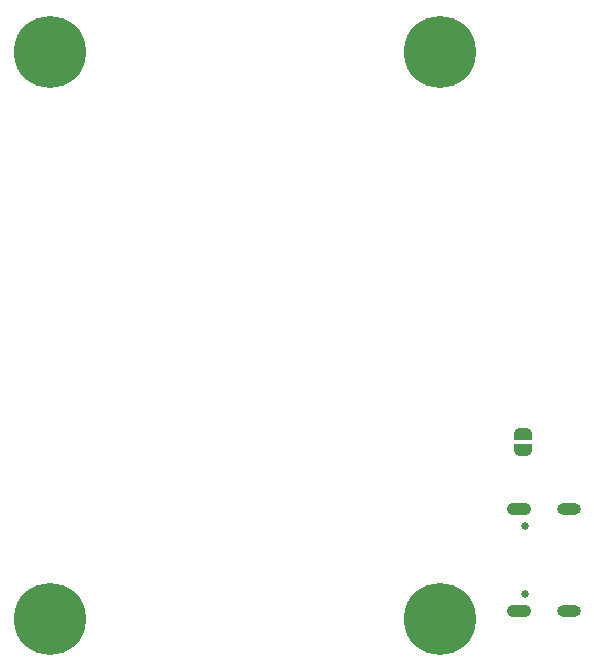
<source format=gbs>
%TF.GenerationSoftware,KiCad,Pcbnew,(5.99.0-10632-g8f3343b9e3)*%
%TF.CreationDate,2021-06-08T13:19:11-04:00*%
%TF.ProjectId,rpi-cm4-LiM-board,7270692d-636d-4342-9d4c-694d2d626f61,v01*%
%TF.SameCoordinates,Original*%
%TF.FileFunction,Soldermask,Bot*%
%TF.FilePolarity,Negative*%
%FSLAX46Y46*%
G04 Gerber Fmt 4.6, Leading zero omitted, Abs format (unit mm)*
G04 Created by KiCad (PCBNEW (5.99.0-10632-g8f3343b9e3)) date 2021-06-08 13:19:11*
%MOMM*%
%LPD*%
G01*
G04 APERTURE LIST*
G04 Aperture macros list*
%AMFreePoly0*
4,1,22,0.500000,-0.750000,0.000000,-0.750000,0.000000,-0.745033,-0.079941,-0.743568,-0.215256,-0.701293,-0.333266,-0.622738,-0.424486,-0.514219,-0.481581,-0.384460,-0.499164,-0.250000,-0.500000,-0.250000,-0.500000,0.250000,-0.499164,0.250000,-0.499963,0.256109,-0.478152,0.396186,-0.417904,0.524511,-0.324060,0.630769,-0.204165,0.706417,-0.067858,0.745374,0.000000,0.744959,0.000000,0.750000,
0.500000,0.750000,0.500000,-0.750000,0.500000,-0.750000,$1*%
%AMFreePoly1*
4,1,20,0.000000,0.744959,0.073905,0.744508,0.209726,0.703889,0.328688,0.626782,0.421226,0.519385,0.479903,0.390333,0.500000,0.250000,0.500000,-0.250000,0.499851,-0.262216,0.476331,-0.402017,0.414519,-0.529596,0.319384,-0.634700,0.198574,-0.708877,0.061801,-0.746166,0.000000,-0.745033,0.000000,-0.750000,-0.500000,-0.750000,-0.500000,0.750000,0.000000,0.750000,0.000000,0.744959,
0.000000,0.744959,$1*%
G04 Aperture macros list end*
%ADD10O,2.000000X1.000000*%
%ADD11O,2.100000X1.050000*%
%ADD12C,0.650000*%
%ADD13C,6.100000*%
%ADD14FreePoly0,270.000000*%
%ADD15FreePoly1,270.000000*%
G04 APERTURE END LIST*
D10*
%TO.C,J2*%
X173900000Y-129320000D03*
X173900000Y-120680000D03*
D11*
X169720000Y-129320000D03*
X169720000Y-120680000D03*
D12*
X170220000Y-122110000D03*
X170220000Y-127890000D03*
%TD*%
D13*
%TO.C,Module1*%
X163000000Y-82000000D03*
X130000000Y-130000000D03*
X130000000Y-82000000D03*
X163000000Y-130000000D03*
%TD*%
D14*
%TO.C,JP1*%
X170000000Y-114350000D03*
D15*
X170000000Y-115650000D03*
%TD*%
M02*

</source>
